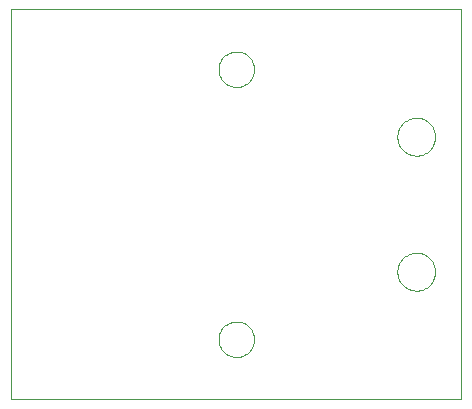
<source format=gbo>
G75*
G70*
%OFA0B0*%
%FSLAX24Y24*%
%IPPOS*%
%LPD*%
%AMOC8*
5,1,8,0,0,1.08239X$1,22.5*
%
%ADD10C,0.0000*%
D10*
X000100Y000100D02*
X000100Y013100D01*
X015100Y013100D01*
X015100Y000100D01*
X000100Y000100D01*
X007009Y002100D02*
X007011Y002148D01*
X007017Y002196D01*
X007027Y002243D01*
X007040Y002289D01*
X007058Y002334D01*
X007078Y002378D01*
X007103Y002420D01*
X007131Y002459D01*
X007161Y002496D01*
X007195Y002530D01*
X007232Y002562D01*
X007270Y002591D01*
X007311Y002616D01*
X007354Y002638D01*
X007399Y002656D01*
X007445Y002670D01*
X007492Y002681D01*
X007540Y002688D01*
X007588Y002691D01*
X007636Y002690D01*
X007684Y002685D01*
X007732Y002676D01*
X007778Y002664D01*
X007823Y002647D01*
X007867Y002627D01*
X007909Y002604D01*
X007949Y002577D01*
X007987Y002547D01*
X008022Y002514D01*
X008054Y002478D01*
X008084Y002440D01*
X008110Y002399D01*
X008132Y002356D01*
X008152Y002312D01*
X008167Y002267D01*
X008179Y002220D01*
X008187Y002172D01*
X008191Y002124D01*
X008191Y002076D01*
X008187Y002028D01*
X008179Y001980D01*
X008167Y001933D01*
X008152Y001888D01*
X008132Y001844D01*
X008110Y001801D01*
X008084Y001760D01*
X008054Y001722D01*
X008022Y001686D01*
X007987Y001653D01*
X007949Y001623D01*
X007909Y001596D01*
X007867Y001573D01*
X007823Y001553D01*
X007778Y001536D01*
X007732Y001524D01*
X007684Y001515D01*
X007636Y001510D01*
X007588Y001509D01*
X007540Y001512D01*
X007492Y001519D01*
X007445Y001530D01*
X007399Y001544D01*
X007354Y001562D01*
X007311Y001584D01*
X007270Y001609D01*
X007232Y001638D01*
X007195Y001670D01*
X007161Y001704D01*
X007131Y001741D01*
X007103Y001780D01*
X007078Y001822D01*
X007058Y001866D01*
X007040Y001911D01*
X007027Y001957D01*
X007017Y002004D01*
X007011Y002052D01*
X007009Y002100D01*
X012970Y004350D02*
X012972Y004400D01*
X012978Y004450D01*
X012988Y004499D01*
X013002Y004547D01*
X013019Y004594D01*
X013040Y004639D01*
X013065Y004683D01*
X013093Y004724D01*
X013125Y004763D01*
X013159Y004800D01*
X013196Y004834D01*
X013236Y004864D01*
X013278Y004891D01*
X013322Y004915D01*
X013368Y004936D01*
X013415Y004952D01*
X013463Y004965D01*
X013513Y004974D01*
X013562Y004979D01*
X013613Y004980D01*
X013663Y004977D01*
X013712Y004970D01*
X013761Y004959D01*
X013809Y004944D01*
X013855Y004926D01*
X013900Y004904D01*
X013943Y004878D01*
X013984Y004849D01*
X014023Y004817D01*
X014059Y004782D01*
X014091Y004744D01*
X014121Y004704D01*
X014148Y004661D01*
X014171Y004617D01*
X014190Y004571D01*
X014206Y004523D01*
X014218Y004474D01*
X014226Y004425D01*
X014230Y004375D01*
X014230Y004325D01*
X014226Y004275D01*
X014218Y004226D01*
X014206Y004177D01*
X014190Y004129D01*
X014171Y004083D01*
X014148Y004039D01*
X014121Y003996D01*
X014091Y003956D01*
X014059Y003918D01*
X014023Y003883D01*
X013984Y003851D01*
X013943Y003822D01*
X013900Y003796D01*
X013855Y003774D01*
X013809Y003756D01*
X013761Y003741D01*
X013712Y003730D01*
X013663Y003723D01*
X013613Y003720D01*
X013562Y003721D01*
X013513Y003726D01*
X013463Y003735D01*
X013415Y003748D01*
X013368Y003764D01*
X013322Y003785D01*
X013278Y003809D01*
X013236Y003836D01*
X013196Y003866D01*
X013159Y003900D01*
X013125Y003937D01*
X013093Y003976D01*
X013065Y004017D01*
X013040Y004061D01*
X013019Y004106D01*
X013002Y004153D01*
X012988Y004201D01*
X012978Y004250D01*
X012972Y004300D01*
X012970Y004350D01*
X012970Y008850D02*
X012972Y008900D01*
X012978Y008950D01*
X012988Y008999D01*
X013002Y009047D01*
X013019Y009094D01*
X013040Y009139D01*
X013065Y009183D01*
X013093Y009224D01*
X013125Y009263D01*
X013159Y009300D01*
X013196Y009334D01*
X013236Y009364D01*
X013278Y009391D01*
X013322Y009415D01*
X013368Y009436D01*
X013415Y009452D01*
X013463Y009465D01*
X013513Y009474D01*
X013562Y009479D01*
X013613Y009480D01*
X013663Y009477D01*
X013712Y009470D01*
X013761Y009459D01*
X013809Y009444D01*
X013855Y009426D01*
X013900Y009404D01*
X013943Y009378D01*
X013984Y009349D01*
X014023Y009317D01*
X014059Y009282D01*
X014091Y009244D01*
X014121Y009204D01*
X014148Y009161D01*
X014171Y009117D01*
X014190Y009071D01*
X014206Y009023D01*
X014218Y008974D01*
X014226Y008925D01*
X014230Y008875D01*
X014230Y008825D01*
X014226Y008775D01*
X014218Y008726D01*
X014206Y008677D01*
X014190Y008629D01*
X014171Y008583D01*
X014148Y008539D01*
X014121Y008496D01*
X014091Y008456D01*
X014059Y008418D01*
X014023Y008383D01*
X013984Y008351D01*
X013943Y008322D01*
X013900Y008296D01*
X013855Y008274D01*
X013809Y008256D01*
X013761Y008241D01*
X013712Y008230D01*
X013663Y008223D01*
X013613Y008220D01*
X013562Y008221D01*
X013513Y008226D01*
X013463Y008235D01*
X013415Y008248D01*
X013368Y008264D01*
X013322Y008285D01*
X013278Y008309D01*
X013236Y008336D01*
X013196Y008366D01*
X013159Y008400D01*
X013125Y008437D01*
X013093Y008476D01*
X013065Y008517D01*
X013040Y008561D01*
X013019Y008606D01*
X013002Y008653D01*
X012988Y008701D01*
X012978Y008750D01*
X012972Y008800D01*
X012970Y008850D01*
X007009Y011100D02*
X007011Y011148D01*
X007017Y011196D01*
X007027Y011243D01*
X007040Y011289D01*
X007058Y011334D01*
X007078Y011378D01*
X007103Y011420D01*
X007131Y011459D01*
X007161Y011496D01*
X007195Y011530D01*
X007232Y011562D01*
X007270Y011591D01*
X007311Y011616D01*
X007354Y011638D01*
X007399Y011656D01*
X007445Y011670D01*
X007492Y011681D01*
X007540Y011688D01*
X007588Y011691D01*
X007636Y011690D01*
X007684Y011685D01*
X007732Y011676D01*
X007778Y011664D01*
X007823Y011647D01*
X007867Y011627D01*
X007909Y011604D01*
X007949Y011577D01*
X007987Y011547D01*
X008022Y011514D01*
X008054Y011478D01*
X008084Y011440D01*
X008110Y011399D01*
X008132Y011356D01*
X008152Y011312D01*
X008167Y011267D01*
X008179Y011220D01*
X008187Y011172D01*
X008191Y011124D01*
X008191Y011076D01*
X008187Y011028D01*
X008179Y010980D01*
X008167Y010933D01*
X008152Y010888D01*
X008132Y010844D01*
X008110Y010801D01*
X008084Y010760D01*
X008054Y010722D01*
X008022Y010686D01*
X007987Y010653D01*
X007949Y010623D01*
X007909Y010596D01*
X007867Y010573D01*
X007823Y010553D01*
X007778Y010536D01*
X007732Y010524D01*
X007684Y010515D01*
X007636Y010510D01*
X007588Y010509D01*
X007540Y010512D01*
X007492Y010519D01*
X007445Y010530D01*
X007399Y010544D01*
X007354Y010562D01*
X007311Y010584D01*
X007270Y010609D01*
X007232Y010638D01*
X007195Y010670D01*
X007161Y010704D01*
X007131Y010741D01*
X007103Y010780D01*
X007078Y010822D01*
X007058Y010866D01*
X007040Y010911D01*
X007027Y010957D01*
X007017Y011004D01*
X007011Y011052D01*
X007009Y011100D01*
M02*

</source>
